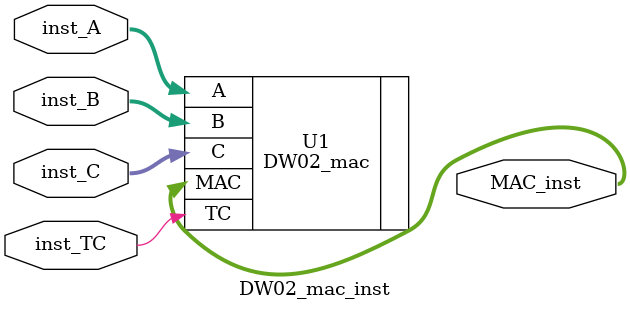
<source format=v>
module DW02_mac_inst(
    inst_A, 
    inst_B, 
    inst_C, 
    inst_TC, 
    MAC_inst 
);

  // Parameter definitions for input widths
  parameter A_width = 8;
  parameter B_width = 8;

  // Input and output port declarations
  input [A_width-1 : 0] inst_A;      
  input [B_width-1 : 0] inst_B;             
  input [A_width+B_width-1 : 0] inst_C;       
  input inst_TC;                    
  output [A_width+B_width-1 : 0] MAC_inst;

  // Instance of DW02_mac
  DW02_mac #(A_width, B_width)
    U1 (
      .A(inst_A), 
      .B(inst_B), 
      .C(inst_C), 
      .TC(inst_TC), 
      .MAC(MAC_inst) 
    );

endmodule

</source>
